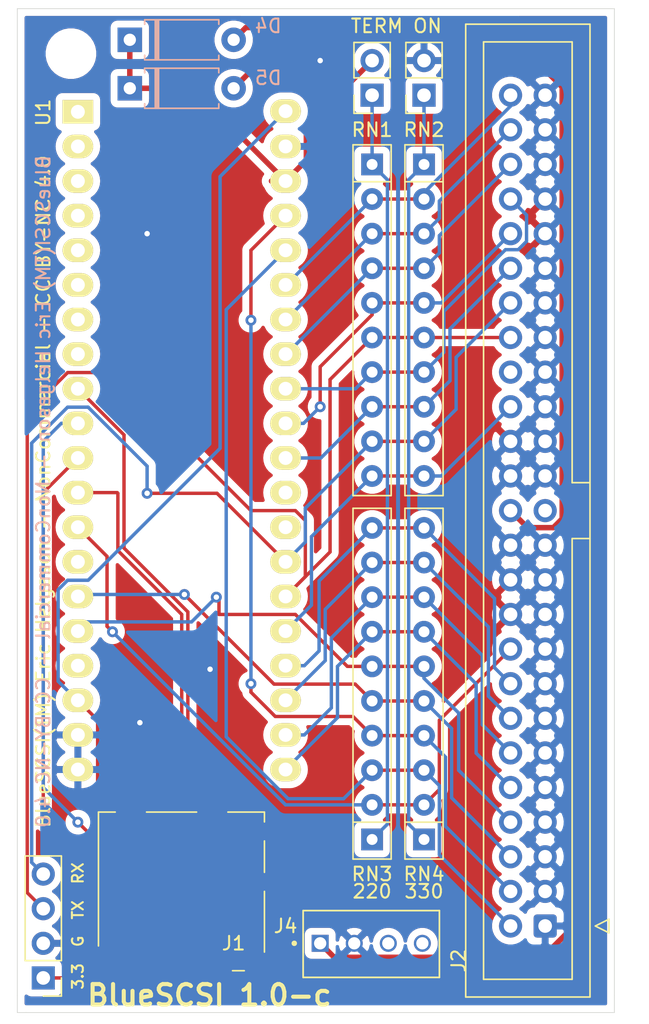
<source format=kicad_pcb>
(kicad_pcb (version 20171130) (host pcbnew "(5.1.10-1-10_14)")
  (layers (0 F.Cu signal) (31 B.Cu signal) (34 B.Paste user) (35 F.Paste user) (36 B.SilkS user) (37 F.SilkS user) (38 B.Mask user) (39 F.Mask user) (44 Edge.Cuts user))
  (net 0 "")
  (net 1 /SD_MISO)
  (net 2 GND)
  (net 3 /SD_CLK)
  (net 4 +3V3)
  (net 5 /SD_MOSI)
  (net 6 /SD_CS)
  (net 7 /SCSI_IO)
  (net 8 /SCSI_REQ)
  (net 9 /SCSI_CD)
  (net 10 /SCSI_SEL)
  (net 11 /SCSI_RST)
  (net 12 /SCSI_ACK)
  (net 13 /SCSI_BSY)
  (net 14 /SCSI_ATN)
  (net 15 /SCSI_MSG)
  (net 16 /SCSI_DBP)
  (net 17 /SCSI_DAT7)
  (net 18 /SCSI_DAT6)
  (net 19 /SCSI_DAT5)
  (net 20 /SCSI_DAT4)
  (net 21 /SCSI_DAT3)
  (net 22 /SCSI_DAT2)
  (net 23 /SCSI_DAT1)
  (net 24 /SCSI_DAT0)
  (net 25 "Net-(JP1-Pad1)")
  (net 26 "Net-(JP2-Pad1)")
  (net 27 VCC)
  (net 28 /TERM_PWR)
  (net 29 +5V)
  (net 30 "Net-(H1-Pad1)")
  (net 31 "Net-(J1-Pad8)")
  (net 32 "Net-(J1-Pad1)")
  (net 33 "Net-(J2-Pad34)")
  (net 34 "Net-(J2-Pad25)")
  (net 35 "Net-(J4-Pad3)")
  (net 36 "Net-(J4-Pad4)")
  (net 37 "Net-(U1-Pad29)")
  (net 38 "Net-(U1-Pad28)")
  (net 39 "Net-(U1-Pad17)")
  (net 40 "Net-(U1-Pad14)")
  (net 41 "Net-(U1-Pad8)")
  (net 42 "Net-(U1-Pad7)")
  (net 43 "Net-(U1-Pad6)")
  (net 44 "Net-(U1-Pad5)")
  (net 45 "Net-(U1-Pad4)")
  (net 46 "Net-(U1-Pad3)")
  (net 47 /LED)
  (net 48 "Net-(U1-Pad1)")
  (module blue:BluePill_STM32F103C (layer F.Cu) (at 75.565 83.185)
    (fp_text reference U1 (at -2.54 0 270) (layer F.SilkS))
    (fp_text value BluePill_STM32F103C hide)
    (pad 40 thru_hole oval (at 15.24 -0.1016 90) (size 1.7272 2.25) (drill 1.016) (layers *.Cu *.Mask F.SilkS) (net 4 +3V3))
    (pad 39 thru_hole oval (at 15.24 2.4892 90) (size 1.7272 2.25) (drill 1.016) (layers *.Cu *.Mask F.SilkS) (net 2 GND))
    (pad 38 thru_hole oval (at 15.24 5.0292 90) (size 1.7272 2.25) (drill 1.016) (layers *.Cu *.Mask F.SilkS) (net 27 VCC))
    (pad 37 thru_hole oval (at 15.24 7.5692 90) (size 1.7272 2.25) (drill 1.016) (layers *.Cu *.Mask F.SilkS) (net 23 /SCSI_DAT1))
    (pad 36 thru_hole oval (at 15.24 10.1092 90) (size 1.7272 2.25) (drill 1.016) (layers *.Cu *.Mask F.SilkS) (net 24 /SCSI_DAT0))
    (pad 35 thru_hole oval (at 15.24 12.6492 90) (size 1.7272 2.25) (drill 1.016) (layers *.Cu *.Mask F.SilkS) (net 7 /SCSI_IO))
    (pad 34 thru_hole oval (at 15.24 15.1892 90) (size 1.7272 2.25) (drill 1.016) (layers *.Cu *.Mask F.SilkS) (net 8 /SCSI_REQ))
    (pad 33 thru_hole oval (at 15.24 17.7292 90) (size 1.7272 2.25) (drill 1.016) (layers *.Cu *.Mask F.SilkS) (net 9 /SCSI_CD))
    (pad 32 thru_hole oval (at 15.24 20.2692 90) (size 1.7272 2.25) (drill 1.016) (layers *.Cu *.Mask F.SilkS) (net 10 /SCSI_SEL))
    (pad 31 thru_hole oval (at 15.24 22.8092 90) (size 1.7272 2.25) (drill 1.016) (layers *.Cu *.Mask F.SilkS) (net 15 /SCSI_MSG))
    (pad 30 thru_hole oval (at 15.24 25.3492 90) (size 1.7272 2.25) (drill 1.016) (layers *.Cu *.Mask F.SilkS) (net 11 /SCSI_RST))
    (pad 29 thru_hole oval (at 15.24 27.8892 90) (size 1.7272 2.25) (drill 1.016) (layers *.Cu *.Mask F.SilkS) (net 37 "Net-(U1-Pad29)"))
    (pad 28 thru_hole oval (at 15.24 30.4292 90) (size 1.7272 2.25) (drill 1.016) (layers *.Cu *.Mask F.SilkS) (net 38 "Net-(U1-Pad28)"))
    (pad 27 thru_hole oval (at 15.24 32.9692 90) (size 1.7272 2.25) (drill 1.016) (layers *.Cu *.Mask F.SilkS) (net 12 /SCSI_ACK))
    (pad 26 thru_hole oval (at 15.24 35.5092 90) (size 1.7272 2.25) (drill 1.016) (layers *.Cu *.Mask F.SilkS) (net 13 /SCSI_BSY))
    (pad 25 thru_hole oval (at 15.24 38.0492 90) (size 1.7272 2.25) (drill 1.016) (layers *.Cu *.Mask F.SilkS) (net 14 /SCSI_ATN))
    (pad 24 thru_hole oval (at 15.24 40.5892 90) (size 1.7272 2.25) (drill 1.016) (layers *.Cu *.Mask F.SilkS) (net 17 /SCSI_DAT7))
    (pad 23 thru_hole oval (at 15.24 43.1292 90) (size 1.7272 2.25) (drill 1.016) (layers *.Cu *.Mask F.SilkS) (net 18 /SCSI_DAT6))
    (pad 22 thru_hole oval (at 15.24 45.6692 90) (size 1.7272 2.25) (drill 1.016) (layers *.Cu *.Mask F.SilkS) (net 19 /SCSI_DAT5))
    (pad 21 thru_hole oval (at 15.24 48.2092 90) (size 1.7272 2.25) (drill 1.016) (layers *.Cu *.Mask F.SilkS) (net 20 /SCSI_DAT4))
    (pad 20 thru_hole oval (at 0 48.2092 270) (size 1.7272 2.25) (drill 1.016) (layers *.Cu *.Mask F.SilkS) (net 2 GND))
    (pad 19 thru_hole oval (at 0 45.6692 270) (size 1.7272 2.25) (drill 1.016) (layers *.Cu *.Mask F.SilkS) (net 2 GND))
    (pad 18 thru_hole oval (at 0 43.1292 270) (size 1.7272 2.25) (drill 1.016) (layers *.Cu *.Mask F.SilkS) (net 4 +3V3))
    (pad 17 thru_hole oval (at 0 40.5892 270) (size 1.7272 2.25) (drill 1.016) (layers *.Cu *.Mask F.SilkS) (net 39 "Net-(U1-Pad17)"))
    (pad 16 thru_hole oval (at 0 38.0492 270) (size 1.7272 2.25) (drill 1.016) (layers *.Cu *.Mask F.SilkS) (net 21 /SCSI_DAT3))
    (pad 15 thru_hole oval (at 0 35.5092 270) (size 1.7272 2.25) (drill 1.016) (layers *.Cu *.Mask F.SilkS) (net 22 /SCSI_DAT2))
    (pad 14 thru_hole oval (at 0 32.9692 270) (size 1.7272 2.25) (drill 1.016) (layers *.Cu *.Mask F.SilkS) (net 40 "Net-(U1-Pad14)"))
    (pad 13 thru_hole oval (at 0 30.4292 270) (size 1.7272 2.25) (drill 1.016) (layers *.Cu *.Mask F.SilkS) (net 16 /SCSI_DBP))
    (pad 12 thru_hole oval (at 0 27.8892 270) (size 1.7272 2.25) (drill 1.016) (layers *.Cu *.Mask F.SilkS) (net 5 /SD_MOSI))
    (pad 11 thru_hole oval (at 0 25.3492 270) (size 1.7272 2.25) (drill 1.016) (layers *.Cu *.Mask F.SilkS) (net 1 /SD_MISO))
    (pad 10 thru_hole oval (at 0 22.8092 270) (size 1.7272 2.25) (drill 1.016) (layers *.Cu *.Mask F.SilkS) (net 3 /SD_CLK))
    (pad 9 thru_hole oval (at 0 20.2692 270) (size 1.7272 2.25) (drill 1.016) (layers *.Cu *.Mask F.SilkS) (net 6 /SD_CS))
    (pad 8 thru_hole oval (at 0 17.7292 270) (size 1.7272 2.25) (drill 1.016) (layers *.Cu *.Mask F.SilkS) (net 41 "Net-(U1-Pad8)"))
    (pad 7 thru_hole oval (at 0 15.1892 270) (size 1.7272 2.25) (drill 1.016) (layers *.Cu *.Mask F.SilkS) (net 42 "Net-(U1-Pad7)"))
    (pad 6 thru_hole oval (at 0 12.6492 270) (size 1.7272 2.25) (drill 1.016) (layers *.Cu *.Mask F.SilkS) (net 43 "Net-(U1-Pad6)"))
    (pad 5 thru_hole oval (at 0 10.1092 270) (size 1.7272 2.25) (drill 1.016) (layers *.Cu *.Mask F.SilkS) (net 44 "Net-(U1-Pad5)"))
    (pad 4 thru_hole oval (at 0 7.5692 270) (size 1.7272 2.25) (drill 1.016) (layers *.Cu *.Mask F.SilkS) (net 45 "Net-(U1-Pad4)"))
    (pad 3 thru_hole oval (at 0 5.0292 270) (size 1.7272 2.25) (drill 1.016) (layers *.Cu *.Mask F.SilkS) (net 46 "Net-(U1-Pad3)"))
    (pad 2 thru_hole oval (at 0 2.4892 270) (size 1.7272 2.25) (drill 1.016) (layers *.Cu *.Mask F.SilkS) (net 47 /LED))
    (pad 1 thru_hole rect (at 0 -0.0508 270) (size 1.7272 2.25) (drill 1.016) (layers *.Cu *.Mask F.SilkS) (net 48 "Net-(U1-Pad1)"))
  )
  (module MountingHole:MountingHole_2.7mm_M2.5 (layer F.Cu) (at 75.057 78.867)
    (fp_text reference H1 hide)
    (fp_text value MountingHole_Pad)
    (pad 1 np_thru_hole circle (at 0 0) (size 2.7 2.7) (drill 2.7) (layers *.Cu *.Mask) (net 30 "Net-(H1-Pad1)"))
  )
  (module Connector_IDC:IDC-Header_2x25_P2.54mm_Vertical (layer F.Cu) (at 109.855 142.875 180)
    (fp_text reference J2 (at 6.35 -2.54 90) (layer F.SilkS))
    (fp_text value Conn_02x25_Odd_Even)
    (fp_line (start -4.68 0.5) (end -3.68 0) (layer F.SilkS) (width 0.12))
    (fp_line (start -4.68 -0.5) (end -4.68 0.5) (layer F.SilkS) (width 0.12))
    (fp_line (start -3.68 0) (end -4.68 -0.5) (layer F.SilkS) (width 0.12))
    (fp_line (start -1.98 32.53) (end -3.29 32.53) (layer F.SilkS) (width 0.12))
    (fp_line (start -1.98 32.53) (end -1.98 32.53) (layer F.SilkS) (width 0.12))
    (fp_line (start -1.98 64.87) (end -1.98 32.53) (layer F.SilkS) (width 0.12))
    (fp_line (start 4.52 64.87) (end -1.98 64.87) (layer F.SilkS) (width 0.12))
    (fp_line (start 4.52 -3.91) (end 4.52 64.87) (layer F.SilkS) (width 0.12))
    (fp_line (start -1.98 -3.91) (end 4.52 -3.91) (layer F.SilkS) (width 0.12))
    (fp_line (start -1.98 28.43) (end -1.98 -3.91) (layer F.SilkS) (width 0.12))
    (fp_line (start -3.29 28.43) (end -1.98 28.43) (layer F.SilkS) (width 0.12))
    (fp_line (start -3.29 66.17) (end -3.29 -5.21) (layer F.SilkS) (width 0.12))
    (fp_line (start 5.83 66.17) (end -3.29 66.17) (layer F.SilkS) (width 0.12))
    (fp_line (start 5.83 -5.21) (end 5.83 66.17) (layer F.SilkS) (width 0.12))
    (fp_line (start -3.29 -5.21) (end 5.83 -5.21) (layer F.SilkS) (width 0.12))
    (pad 50 thru_hole circle (at 2.54 60.96 180) (size 1.7 1.7) (drill 1) (layers *.Cu *.Mask) (net 7 /SCSI_IO))
    (pad 48 thru_hole circle (at 2.54 58.42 180) (size 1.7 1.7) (drill 1) (layers *.Cu *.Mask) (net 8 /SCSI_REQ))
    (pad 46 thru_hole circle (at 2.54 55.88 180) (size 1.7 1.7) (drill 1) (layers *.Cu *.Mask) (net 9 /SCSI_CD))
    (pad 44 thru_hole circle (at 2.54 53.34 180) (size 1.7 1.7) (drill 1) (layers *.Cu *.Mask) (net 10 /SCSI_SEL))
    (pad 42 thru_hole circle (at 2.54 50.8 180) (size 1.7 1.7) (drill 1) (layers *.Cu *.Mask) (net 15 /SCSI_MSG))
    (pad 40 thru_hole circle (at 2.54 48.26 180) (size 1.7 1.7) (drill 1) (layers *.Cu *.Mask) (net 11 /SCSI_RST))
    (pad 38 thru_hole circle (at 2.54 45.72 180) (size 1.7 1.7) (drill 1) (layers *.Cu *.Mask) (net 12 /SCSI_ACK))
    (pad 36 thru_hole circle (at 2.54 43.18 180) (size 1.7 1.7) (drill 1) (layers *.Cu *.Mask) (net 13 /SCSI_BSY))
    (pad 34 thru_hole circle (at 2.54 40.64 180) (size 1.7 1.7) (drill 1) (layers *.Cu *.Mask) (net 33 "Net-(J2-Pad34)"))
    (pad 32 thru_hole circle (at 2.54 38.1 180) (size 1.7 1.7) (drill 1) (layers *.Cu *.Mask) (net 14 /SCSI_ATN))
    (pad 30 thru_hole circle (at 2.54 35.56 180) (size 1.7 1.7) (drill 1) (layers *.Cu *.Mask) (net 2 GND))
    (pad 28 thru_hole circle (at 2.54 33.02 180) (size 1.7 1.7) (drill 1) (layers *.Cu *.Mask) (net 2 GND))
    (pad 26 thru_hole circle (at 2.54 30.48 180) (size 1.7 1.7) (drill 1) (layers *.Cu *.Mask) (net 28 /TERM_PWR))
    (pad 24 thru_hole circle (at 2.54 27.94 180) (size 1.7 1.7) (drill 1) (layers *.Cu *.Mask) (net 2 GND))
    (pad 22 thru_hole circle (at 2.54 25.4 180) (size 1.7 1.7) (drill 1) (layers *.Cu *.Mask) (net 2 GND))
    (pad 20 thru_hole circle (at 2.54 22.86 180) (size 1.7 1.7) (drill 1) (layers *.Cu *.Mask) (net 2 GND))
    (pad 18 thru_hole circle (at 2.54 20.32 180) (size 1.7 1.7) (drill 1) (layers *.Cu *.Mask) (net 16 /SCSI_DBP))
    (pad 16 thru_hole circle (at 2.54 17.78 180) (size 1.7 1.7) (drill 1) (layers *.Cu *.Mask) (net 17 /SCSI_DAT7))
    (pad 14 thru_hole circle (at 2.54 15.24 180) (size 1.7 1.7) (drill 1) (layers *.Cu *.Mask) (net 18 /SCSI_DAT6))
    (pad 12 thru_hole circle (at 2.54 12.7 180) (size 1.7 1.7) (drill 1) (layers *.Cu *.Mask) (net 19 /SCSI_DAT5))
    (pad 10 thru_hole circle (at 2.54 10.16 180) (size 1.7 1.7) (drill 1) (layers *.Cu *.Mask) (net 20 /SCSI_DAT4))
    (pad 8 thru_hole circle (at 2.54 7.62 180) (size 1.7 1.7) (drill 1) (layers *.Cu *.Mask) (net 21 /SCSI_DAT3))
    (pad 6 thru_hole circle (at 2.54 5.08 180) (size 1.7 1.7) (drill 1) (layers *.Cu *.Mask) (net 22 /SCSI_DAT2))
    (pad 4 thru_hole circle (at 2.54 2.54 180) (size 1.7 1.7) (drill 1) (layers *.Cu *.Mask) (net 23 /SCSI_DAT1))
    (pad 2 thru_hole circle (at 2.54 0 180) (size 1.7 1.7) (drill 1) (layers *.Cu *.Mask) (net 24 /SCSI_DAT0))
    (pad 49 thru_hole circle (at 0 60.96 180) (size 1.7 1.7) (drill 1) (layers *.Cu *.Mask) (net 2 GND))
    (pad 47 thru_hole circle (at 0 58.42 180) (size 1.7 1.7) (drill 1) (layers *.Cu *.Mask) (net 2 GND))
    (pad 45 thru_hole circle (at 0 55.88 180) (size 1.7 1.7) (drill 1) (layers *.Cu *.Mask) (net 2 GND))
    (pad 43 thru_hole circle (at 0 53.34 180) (size 1.7 1.7) (drill 1) (layers *.Cu *.Mask) (net 2 GND))
    (pad 41 thru_hole circle (at 0 50.8 180) (size 1.7 1.7) (drill 1) (layers *.Cu *.Mask) (net 2 GND))
    (pad 39 thru_hole circle (at 0 48.26 180) (size 1.7 1.7) (drill 1) (layers *.Cu *.Mask) (net 2 GND))
    (pad 37 thru_hole circle (at 0 45.72 180) (size 1.7 1.7) (drill 1) (layers *.Cu *.Mask) (net 2 GND))
    (pad 35 thru_hole circle (at 0 43.18 180) (size 1.7 1.7) (drill 1) (layers *.Cu *.Mask) (net 2 GND))
    (pad 33 thru_hole circle (at 0 40.64 180) (size 1.7 1.7) (drill 1) (layers *.Cu *.Mask) (net 2 GND))
    (pad 31 thru_hole circle (at 0 38.1 180) (size 1.7 1.7) (drill 1) (layers *.Cu *.Mask) (net 2 GND))
    (pad 29 thru_hole circle (at 0 35.56 180) (size 1.7 1.7) (drill 1) (layers *.Cu *.Mask) (net 2 GND))
    (pad 27 thru_hole circle (at 0 33.02 180) (size 1.7 1.7) (drill 1) (layers *.Cu *.Mask) (net 2 GND))
    (pad 25 thru_hole circle (at 0 30.48 180) (size 1.7 1.7) (drill 1) (layers *.Cu *.Mask) (net 34 "Net-(J2-Pad25)"))
    (pad 23 thru_hole circle (at 0 27.94 180) (size 1.7 1.7) (drill 1) (layers *.Cu *.Mask) (net 2 GND))
    (pad 21 thru_hole circle (at 0 25.4 180) (size 1.7 1.7) (drill 1) (layers *.Cu *.Mask) (net 2 GND))
    (pad 19 thru_hole circle (at 0 22.86 180) (size 1.7 1.7) (drill 1) (layers *.Cu *.Mask) (net 2 GND))
    (pad 17 thru_hole circle (at 0 20.32 180) (size 1.7 1.7) (drill 1) (layers *.Cu *.Mask) (net 2 GND))
    (pad 15 thru_hole circle (at 0 17.78 180) (size 1.7 1.7) (drill 1) (layers *.Cu *.Mask) (net 2 GND))
    (pad 13 thru_hole circle (at 0 15.24 180) (size 1.7 1.7) (drill 1) (layers *.Cu *.Mask) (net 2 GND))
    (pad 11 thru_hole circle (at 0 12.7 180) (size 1.7 1.7) (drill 1) (layers *.Cu *.Mask) (net 2 GND))
    (pad 9 thru_hole circle (at 0 10.16 180) (size 1.7 1.7) (drill 1) (layers *.Cu *.Mask) (net 2 GND))
    (pad 7 thru_hole circle (at 0 7.62 180) (size 1.7 1.7) (drill 1) (layers *.Cu *.Mask) (net 2 GND))
    (pad 5 thru_hole circle (at 0 5.08 180) (size 1.7 1.7) (drill 1) (layers *.Cu *.Mask) (net 2 GND))
    (pad 3 thru_hole circle (at 0 2.54 180) (size 1.7 1.7) (drill 1) (layers *.Cu *.Mask) (net 2 GND))
    (pad 1 thru_hole roundrect (at 0 0 180) (size 1.7 1.7) (drill 1) (layers *.Cu *.Mask) (roundrect_rratio 0.1470588235294118) (net 2 GND))
  )
  (module Connector_Card:microSD_HC_Molex_104031-0811 (layer F.Cu) (at 83.185 140.335 180)
    (fp_text reference J1 (at -3.81 -3.81 180) (layer F.SilkS))
    (fp_text value Micro_SD_Card)
    (fp_line (start -6.07 -4.45) (end -6.07 0) (layer F.SilkS) (width 0.12))
    (fp_line (start -6.07 1.4) (end -6.07 3.7) (layer F.SilkS) (width 0.12))
    (fp_line (start -6.07 5.1) (end -6.07 5.82) (layer F.SilkS) (width 0.12))
    (fp_line (start -6.07 5.82) (end -3.39 5.82) (layer F.SilkS) (width 0.12))
    (fp_line (start -1.09 5.82) (end 2.58 5.82) (layer F.SilkS) (width 0.12))
    (fp_line (start 4.88 5.82) (end 6.11 5.82) (layer F.SilkS) (width 0.12))
    (fp_line (start 6.11 5.82) (end 6.11 -4) (layer F.SilkS) (width 0.12))
    (fp_line (start -4.59 -5.82) (end -3.73 -5.82) (layer F.SilkS) (width 0.12))
    (pad 11 smd rect (at 3.73 5.375 180) (size 1.9 1.35) (layers F.Cu F.Paste F.Mask))
    (pad 11 smd rect (at -2.24 5.375 180) (size 1.9 1.35) (layers F.Cu F.Paste F.Mask))
    (pad 9 smd rect (at -5.74 0.7 180) (size 1.2 1) (layers F.Cu F.Paste F.Mask) (net 2 GND))
    (pad 10 smd rect (at -5.74 4.4 180) (size 1.2 1) (layers F.Cu F.Paste F.Mask))
    (pad 11 smd rect (at -5.565 -5.325 180) (size 1.55 1.35) (layers F.Cu F.Paste F.Mask))
    (pad 11 smd rect (at 5.755 -5.1 180) (size 1.17 1.8) (layers F.Cu F.Paste F.Mask))
    (pad 7 smd rect (at 3.495 -5.45 180) (size 0.85 1.1) (layers F.Cu F.Paste F.Mask) (net 1 /SD_MISO))
    (pad 6 smd rect (at 2.395 -5.45 180) (size 0.85 1.1) (layers F.Cu F.Paste F.Mask) (net 2 GND))
    (pad 5 smd rect (at 1.295 -5.45 180) (size 0.85 1.1) (layers F.Cu F.Paste F.Mask) (net 3 /SD_CLK))
    (pad 4 smd rect (at 0.195 -5.45 180) (size 0.85 1.1) (layers F.Cu F.Paste F.Mask) (net 4 +3V3))
    (pad 3 smd rect (at -0.905 -5.45 180) (size 0.85 1.1) (layers F.Cu F.Paste F.Mask) (net 5 /SD_MOSI))
    (pad 2 smd rect (at -2.005 -5.45 180) (size 0.85 1.1) (layers F.Cu F.Paste F.Mask) (net 6 /SD_CS))
    (pad 8 smd rect (at 4.545 -5.45 180) (size 0.75 1.1) (layers F.Cu F.Paste F.Mask) (net 31 "Net-(J1-Pad8)"))
    (pad 1 smd rect (at -3.105 -5.45 180) (size 0.85 1.1) (layers F.Cu F.Paste F.Mask) (net 32 "Net-(J1-Pad1)"))
  )
  (module Connector_PinSocket_2.54mm:PinSocket_1x02_P2.54mm_Vertical (layer F.Cu) (at 100.965 81.915 180)
    (fp_text reference JP1 hide)
    (fp_text value TERM_ENABLE_GND)
    (fp_line (start -1.33 1.27) (end 1.33 1.27) (layer F.SilkS) (width 0.12))
    (fp_line (start -1.33 1.27) (end -1.33 3.87) (layer F.SilkS) (width 0.12))
    (fp_line (start -1.33 3.87) (end 1.33 3.87) (layer F.SilkS) (width 0.12))
    (fp_line (start 1.33 1.27) (end 1.33 3.87) (layer F.SilkS) (width 0.12))
    (fp_line (start 1.33 -1.33) (end 1.33 0) (layer F.SilkS) (width 0.12))
    (fp_line (start 0 -1.33) (end 1.33 -1.33) (layer F.SilkS) (width 0.12))
    (pad 1 thru_hole rect (at 0 0 180) (size 1.7 1.7) (drill 1) (layers *.Cu *.Mask) (net 25 "Net-(JP1-Pad1)"))
    (pad 2 thru_hole oval (at 0 2.54 180) (size 1.7 1.7) (drill 1) (layers *.Cu *.Mask) (net 2 GND))
  )
  (module Connector_PinSocket_2.54mm:PinSocket_1x02_P2.54mm_Vertical (layer F.Cu) (at 97.155 81.915 180)
    (fp_text reference JP2 hide)
    (fp_text value TERM_ENABLE_5V)
    (fp_line (start 0 -1.33) (end 1.33 -1.33) (layer F.SilkS) (width 0.12))
    (fp_line (start 1.33 -1.33) (end 1.33 0) (layer F.SilkS) (width 0.12))
    (fp_line (start 1.33 1.27) (end 1.33 3.87) (layer F.SilkS) (width 0.12))
    (fp_line (start -1.33 3.87) (end 1.33 3.87) (layer F.SilkS) (width 0.12))
    (fp_line (start -1.33 1.27) (end -1.33 3.87) (layer F.SilkS) (width 0.12))
    (fp_line (start -1.33 1.27) (end 1.33 1.27) (layer F.SilkS) (width 0.12))
    (pad 2 thru_hole oval (at 0 2.54 180) (size 1.7 1.7) (drill 1) (layers *.Cu *.Mask) (net 27 VCC))
    (pad 1 thru_hole rect (at 0 0 180) (size 1.7 1.7) (drill 1) (layers *.Cu *.Mask) (net 26 "Net-(JP2-Pad1)"))
  )
  (module Resistor_THT:R_Array_SIP10 (layer F.Cu) (at 97.155 86.995 270)
    (fp_text reference RN1 (at -2.54 0 180) (layer F.SilkS))
    (fp_text value 220)
    (fp_line (start 1.27 -1.4) (end 1.27 1.4) (layer F.SilkS) (width 0.12))
    (fp_line (start 24.3 -1.4) (end -1.44 -1.4) (layer F.SilkS) (width 0.12))
    (fp_line (start 24.3 1.4) (end 24.3 -1.4) (layer F.SilkS) (width 0.12))
    (fp_line (start -1.44 1.4) (end 24.3 1.4) (layer F.SilkS) (width 0.12))
    (fp_line (start -1.44 -1.4) (end -1.44 1.4) (layer F.SilkS) (width 0.12))
    (pad 1 thru_hole rect (at 0 0 270) (size 1.6 1.6) (drill 0.8) (layers *.Cu *.Mask) (net 26 "Net-(JP2-Pad1)"))
    (pad 2 thru_hole oval (at 2.54 0 270) (size 1.6 1.6) (drill 0.8) (layers *.Cu *.Mask) (net 7 /SCSI_IO))
    (pad 3 thru_hole oval (at 5.08 0 270) (size 1.6 1.6) (drill 0.8) (layers *.Cu *.Mask) (net 8 /SCSI_REQ))
    (pad 4 thru_hole oval (at 7.62 0 270) (size 1.6 1.6) (drill 0.8) (layers *.Cu *.Mask) (net 9 /SCSI_CD))
    (pad 5 thru_hole oval (at 10.16 0 270) (size 1.6 1.6) (drill 0.8) (layers *.Cu *.Mask) (net 15 /SCSI_MSG))
    (pad 6 thru_hole oval (at 12.7 0 270) (size 1.6 1.6) (drill 0.8) (layers *.Cu *.Mask) (net 13 /SCSI_BSY))
    (pad 7 thru_hole oval (at 15.24 0 270) (size 1.6 1.6) (drill 0.8) (layers *.Cu *.Mask) (net 10 /SCSI_SEL))
    (pad 8 thru_hole oval (at 17.78 0 270) (size 1.6 1.6) (drill 0.8) (layers *.Cu *.Mask) (net 11 /SCSI_RST))
    (pad 9 thru_hole oval (at 20.32 0 270) (size 1.6 1.6) (drill 0.8) (layers *.Cu *.Mask) (net 12 /SCSI_ACK))
    (pad 10 thru_hole oval (at 22.86 0 270) (size 1.6 1.6) (drill 0.8) (layers *.Cu *.Mask) (net 14 /SCSI_ATN))
  )
  (module Resistor_THT:R_Array_SIP10 (layer F.Cu) (at 100.965 86.995 270)
    (fp_text reference RN2 (at -2.54 0 180) (layer F.SilkS))
    (fp_text value 330)
    (fp_line (start 1.27 -1.4) (end 1.27 1.4) (layer F.SilkS) (width 0.12))
    (fp_line (start 24.3 -1.4) (end -1.44 -1.4) (layer F.SilkS) (width 0.12))
    (fp_line (start 24.3 1.4) (end 24.3 -1.4) (layer F.SilkS) (width 0.12))
    (fp_line (start -1.44 1.4) (end 24.3 1.4) (layer F.SilkS) (width 0.12))
    (fp_line (start -1.44 -1.4) (end -1.44 1.4) (layer F.SilkS) (width 0.12))
    (pad 1 thru_hole rect (at 0 0 270) (size 1.6 1.6) (drill 0.8) (layers *.Cu *.Mask) (net 25 "Net-(JP1-Pad1)"))
    (pad 2 thru_hole oval (at 2.54 0 270) (size 1.6 1.6) (drill 0.8) (layers *.Cu *.Mask) (net 7 /SCSI_IO))
    (pad 3 thru_hole oval (at 5.08 0 270) (size 1.6 1.6) (drill 0.8) (layers *.Cu *.Mask) (net 8 /SCSI_REQ))
    (pad 4 thru_hole oval (at 7.62 0 270) (size 1.6 1.6) (drill 0.8) (layers *.Cu *.Mask) (net 9 /SCSI_CD))
    (pad 5 thru_hole oval (at 10.16 0 270) (size 1.6 1.6) (drill 0.8) (layers *.Cu *.Mask) (net 15 /SCSI_MSG))
    (pad 6 thru_hole oval (at 12.7 0 270) (size 1.6 1.6) (drill 0.8) (layers *.Cu *.Mask) (net 13 /SCSI_BSY))
    (pad 7 thru_hole oval (at 15.24 0 270) (size 1.6 1.6) (drill 0.8) (layers *.Cu *.Mask) (net 10 /SCSI_SEL))
    (pad 8 thru_hole oval (at 17.78 0 270) (size 1.6 1.6) (drill 0.8) (layers *.Cu *.Mask) (net 11 /SCSI_RST))
    (pad 9 thru_hole oval (at 20.32 0 270) (size 1.6 1.6) (drill 0.8) (layers *.Cu *.Mask) (net 12 /SCSI_ACK))
    (pad 10 thru_hole oval (at 22.86 0 270) (size 1.6 1.6) (drill 0.8) (layers *.Cu *.Mask) (net 14 /SCSI_ATN))
  )
  (module Resistor_THT:R_Array_SIP10 (layer F.Cu) (at 97.155 136.525 90)
    (fp_text reference RN3 (at -2.54 0 180) (layer F.SilkS))
    (fp_text value 220)
    (fp_line (start -1.44 -1.4) (end -1.44 1.4) (layer F.SilkS) (width 0.12))
    (fp_line (start -1.44 1.4) (end 24.3 1.4) (layer F.SilkS) (width 0.12))
    (fp_line (start 24.3 1.4) (end 24.3 -1.4) (layer F.SilkS) (width 0.12))
    (fp_line (start 24.3 -1.4) (end -1.44 -1.4) (layer F.SilkS) (width 0.12))
    (fp_line (start 1.27 -1.4) (end 1.27 1.4) (layer F.SilkS) (width 0.12))
    (pad 10 thru_hole oval (at 22.86 0 90) (size 1.6 1.6) (drill 0.8) (layers *.Cu *.Mask) (net 17 /SCSI_DAT7))
    (pad 9 thru_hole oval (at 20.32 0 90) (size 1.6 1.6) (drill 0.8) (layers *.Cu *.Mask) (net 18 /SCSI_DAT6))
    (pad 8 thru_hole oval (at 17.78 0 90) (size 1.6 1.6) (drill 0.8) (layers *.Cu *.Mask) (net 19 /SCSI_DAT5))
    (pad 7 thru_hole oval (at 15.24 0 90) (size 1.6 1.6) (drill 0.8) (layers *.Cu *.Mask) (net 20 /SCSI_DAT4))
    (pad 6 thru_hole oval (at 12.7 0 90) (size 1.6 1.6) (drill 0.8) (layers *.Cu *.Mask) (net 21 /SCSI_DAT3))
    (pad 5 thru_hole oval (at 10.16 0 90) (size 1.6 1.6) (drill 0.8) (layers *.Cu *.Mask) (net 22 /SCSI_DAT2))
    (pad 4 thru_hole oval (at 7.62 0 90) (size 1.6 1.6) (drill 0.8) (layers *.Cu *.Mask) (net 23 /SCSI_DAT1))
    (pad 3 thru_hole oval (at 5.08 0 90) (size 1.6 1.6) (drill 0.8) (layers *.Cu *.Mask) (net 24 /SCSI_DAT0))
    (pad 2 thru_hole oval (at 2.54 0 90) (size 1.6 1.6) (drill 0.8) (layers *.Cu *.Mask) (net 16 /SCSI_DBP))
    (pad 1 thru_hole rect (at 0 0 90) (size 1.6 1.6) (drill 0.8) (layers *.Cu *.Mask) (net 26 "Net-(JP2-Pad1)"))
  )
  (module Resistor_THT:R_Array_SIP10 (layer F.Cu) (at 100.965 136.525 90)
    (fp_text reference RN4 (at -2.54 0 180) (layer F.SilkS))
    (fp_text value 330)
    (fp_line (start -1.44 -1.4) (end -1.44 1.4) (layer F.SilkS) (width 0.12))
    (fp_line (start -1.44 1.4) (end 24.3 1.4) (layer F.SilkS) (width 0.12))
    (fp_line (start 24.3 1.4) (end 24.3 -1.4) (layer F.SilkS) (width 0.12))
    (fp_line (start 24.3 -1.4) (end -1.44 -1.4) (layer F.SilkS) (width 0.12))
    (fp_line (start 1.27 -1.4) (end 1.27 1.4) (layer F.SilkS) (width 0.12))
    (pad 10 thru_hole oval (at 22.86 0 90) (size 1.6 1.6) (drill 0.8) (layers *.Cu *.Mask) (net 17 /SCSI_DAT7))
    (pad 9 thru_hole oval (at 20.32 0 90) (size 1.6 1.6) (drill 0.8) (layers *.Cu *.Mask) (net 18 /SCSI_DAT6))
    (pad 8 thru_hole oval (at 17.78 0 90) (size 1.6 1.6) (drill 0.8) (layers *.Cu *.Mask) (net 19 /SCSI_DAT5))
    (pad 7 thru_hole oval (at 15.24 0 90) (size 1.6 1.6) (drill 0.8) (layers *.Cu *.Mask) (net 20 /SCSI_DAT4))
    (pad 6 thru_hole oval (at 12.7 0 90) (size 1.6 1.6) (drill 0.8) (layers *.Cu *.Mask) (net 21 /SCSI_DAT3))
    (pad 5 thru_hole oval (at 10.16 0 90) (size 1.6 1.6) (drill 0.8) (layers *.Cu *.Mask) (net 22 /SCSI_DAT2))
    (pad 4 thru_hole oval (at 7.62 0 90) (size 1.6 1.6) (drill 0.8) (layers *.Cu *.Mask) (net 23 /SCSI_DAT1))
    (pad 3 thru_hole oval (at 5.08 0 90) (size 1.6 1.6) (drill 0.8) (layers *.Cu *.Mask) (net 24 /SCSI_DAT0))
    (pad 2 thru_hole oval (at 2.54 0 90) (size 1.6 1.6) (drill 0.8) (layers *.Cu *.Mask) (net 16 /SCSI_DBP))
    (pad 1 thru_hole rect (at 0 0 90) (size 1.6 1.6) (drill 0.8) (layers *.Cu *.Mask) (net 25 "Net-(JP1-Pad1)"))
  )
  (module Connector_PinHeader_2.54mm:PinHeader_1x04_P2.54mm_Vertical (layer F.Cu) (at 73.025 146.685 180)
    (fp_text reference J3 hide)
    (fp_text value "Programming Pins")
    (fp_line (start -1.33 8.95) (end 1.33 8.95) (layer F.SilkS) (width 0.12))
    (fp_line (start -1.33 1.27) (end -1.33 8.95) (layer F.SilkS) (width 0.12))
    (fp_line (start 1.33 1.27) (end 1.33 8.95) (layer F.SilkS) (width 0.12))
    (fp_line (start -1.33 1.27) (end 1.33 1.27) (layer F.SilkS) (width 0.12))
    (fp_line (start -1.33 0) (end -1.33 -1.33) (layer F.SilkS) (width 0.12))
    (fp_line (start -1.33 -1.33) (end 0 -1.33) (layer F.SilkS) (width 0.12))
    (pad 1 thru_hole rect (at 0 0 180) (size 1.7 1.7) (drill 1) (layers *.Cu *.Mask) (net 4 +3V3))
    (pad 2 thru_hole oval (at 0 2.54 180) (size 1.7 1.7) (drill 1) (layers *.Cu *.Mask) (net 2 GND))
    (pad 3 thru_hole oval (at 0 5.08 180) (size 1.7 1.7) (drill 1) (layers *.Cu *.Mask) (net 13 /SCSI_BSY))
    (pad 4 thru_hole oval (at 0 7.62 180) (size 1.7 1.7) (drill 1) (layers *.Cu *.Mask) (net 12 /SCSI_ACK))
  )
  (module 171825-4:TE_171825-4 (layer F.Cu) (at 93.345 144.145)
    (fp_text reference J4 (at -2.54 -1.27) (layer F.SilkS))
    (fp_text value "Berg Power Connector")
    (fp_line (start -1.25 2.5) (end -1.25 -2.4) (layer F.SilkS) (width 0.127))
    (fp_line (start 8.75 -2.4) (end 8.75 2.5) (layer F.SilkS) (width 0.127))
    (fp_line (start 8.75 -2.4) (end -1.25 -2.4) (layer F.SilkS) (width 0.127))
    (fp_line (start 8.75 2.5) (end -1.25 2.5) (layer F.SilkS) (width 0.127))
    (fp_circle (center -1.9 0) (end -1.8 0) (layer F.SilkS) (width 0.2))
    (pad 1 thru_hole rect (at 0 0) (size 1.25 1.25) (drill 0.9) (layers *.Cu *.Mask) (net 29 +5V))
    (pad 2 thru_hole circle (at 2.5 0) (size 1.25 1.25) (drill 0.9) (layers *.Cu *.Mask) (net 2 GND))
    (pad 3 thru_hole circle (at 5 0) (size 1.25 1.25) (drill 0.9) (layers *.Cu *.Mask) (net 35 "Net-(J4-Pad3)"))
    (pad 4 thru_hole circle (at 7.5 0) (size 1.25 1.25) (drill 0.9) (layers *.Cu *.Mask) (net 36 "Net-(J4-Pad4)"))
  )
  (module Diode_THT:D_A-405_P7.62mm_Horizontal (layer B.Cu) (at 79.375 77.851)
    (fp_text reference D4 (at 10.16 -1.016) (layer B.SilkS) (effects (justify mirror)))
    (fp_text value Diode)
    (fp_line (start 1.09 1.14) (end 1.09 1.47) (layer B.SilkS) (width 0.12))
    (fp_line (start 1.09 1.47) (end 6.53 1.47) (layer B.SilkS) (width 0.12))
    (fp_line (start 6.53 1.47) (end 6.53 1.14) (layer B.SilkS) (width 0.12))
    (fp_line (start 1.09 -1.14) (end 1.09 -1.47) (layer B.SilkS) (width 0.12))
    (fp_line (start 1.09 -1.47) (end 6.53 -1.47) (layer B.SilkS) (width 0.12))
    (fp_line (start 6.53 -1.47) (end 6.53 -1.14) (layer B.SilkS) (width 0.12))
    (fp_line (start 1.99 1.47) (end 1.99 -1.47) (layer B.SilkS) (width 0.12))
    (fp_line (start 2.11 1.47) (end 2.11 -1.47) (layer B.SilkS) (width 0.12))
    (fp_line (start 1.87 1.47) (end 1.87 -1.47) (layer B.SilkS) (width 0.12))
    (pad 1 thru_hole rect (at 0 0) (size 1.8 1.8) (drill 0.9) (layers *.Cu *.Mask) (net 27 VCC))
    (pad 2 thru_hole oval (at 7.62 0) (size 1.8 1.8) (drill 0.9) (layers *.Cu *.Mask) (net 29 +5V))
  )
  (module Diode_THT:D_A-405_P7.62mm_Horizontal (layer B.Cu) (at 79.375 81.407)
    (fp_text reference D5 (at 10.16 -0.762) (layer B.SilkS) (effects (justify mirror)))
    (fp_text value Diode)
    (fp_line (start 1.87 1.47) (end 1.87 -1.47) (layer B.SilkS) (width 0.12))
    (fp_line (start 2.11 1.47) (end 2.11 -1.47) (layer B.SilkS) (width 0.12))
    (fp_line (start 1.99 1.47) (end 1.99 -1.47) (layer B.SilkS) (width 0.12))
    (fp_line (start 6.53 -1.47) (end 6.53 -1.14) (layer B.SilkS) (width 0.12))
    (fp_line (start 1.09 -1.47) (end 6.53 -1.47) (layer B.SilkS) (width 0.12))
    (fp_line (start 1.09 -1.14) (end 1.09 -1.47) (layer B.SilkS) (width 0.12))
    (fp_line (start 6.53 1.47) (end 6.53 1.14) (layer B.SilkS) (width 0.12))
    (fp_line (start 1.09 1.47) (end 6.53 1.47) (layer B.SilkS) (width 0.12))
    (fp_line (start 1.09 1.14) (end 1.09 1.47) (layer B.SilkS) (width 0.12))
    (pad 2 thru_hole oval (at 7.62 0) (size 1.8 1.8) (drill 0.9) (layers *.Cu *.Mask) (net 28 /TERM_PWR))
    (pad 1 thru_hole rect (at 0 0) (size 1.8 1.8) (drill 0.9) (layers *.Cu *.Mask) (net 27 VCC))
  )
  (gr_text "BlueSCSI(TM) Eric Helgeson - NonCommercial - CC BY-NC 4.0" (at 73.025 110.998 90) (layer B.SilkS) (effects (font (size 1 1)) (justify mirror)))
  (gr_text "BlueSCSI(TM) Eric Helgeson - NonCommercial - CC BY-NC 4.0" (at 73.025 110.998 90) (layer F.SilkS) (effects (font (size 1 1))))
  (gr_line (start 71.755 149.225) (end 71.12 149.225) (layer Edge.Cuts) (width 0.05))
  (gr_line (start 71.12 147.955) (end 71.12 149.225) (layer Edge.Cuts) (width 0.05))
  (gr_line (start 114.935 149.225) (end 71.755 149.225) (layer Edge.Cuts) (width 0.05))
  (gr_line (start 114.935 147.955) (end 114.935 149.225) (layer Edge.Cuts) (width 0.05))
  (gr_text "3.3  G  TX  RX" (at 75.565 142.875 90) (layer F.SilkS) (effects (font (size 0.8 0.8))))
  (gr_text 330 (at 100.965 140.335) (layer F.SilkS) (effects (font (size 1 1))))
  (gr_text 220 (at 97.155 140.335) (layer F.SilkS) (effects (font (size 1 1))))
  (gr_text "TERM ON" (at 98.933 76.835) (layer F.SilkS) (effects (font (size 1 1))))
  (gr_line (start 114.935 75.565) (end 71.12 75.565) (layer Edge.Cuts) (width 0.05))
  (gr_line (start 114.935 147.955) (end 114.935 75.565) (layer Edge.Cuts) (width 0.05))
  (gr_line (start 71.12 147.955) (end 71.12 75.565) (layer Edge.Cuts) (width 0.05))
  (gr_text "BlueSCSI 1.0-c" (at 85.217 147.955) (layer F.SilkS) (effects (font (size 1.5 1.5) (thickness 0.3))))
  (segment (start 79.69 141.92) (end 79.69 145.785) (width 0.25) (layer F.Cu) (net 1))
  (segment (start 73.025 135.255) (end 79.69 141.92) (width 0.25) (layer F.Cu) (net 1))
  (segment (start 73.025 111.0742) (end 73.025 135.255) (width 0.25) (layer F.Cu) (net 1))
  (segment (start 75.565 108.5342) (end 73.025 111.0742) (width 0.25) (layer F.Cu) (net 1))
  (segment (start 75.565 131.3942) (end 75.565 128.8542) (width 0.25) (layer B.Cu) (net 2))
  (segment (start 107.315 79.375) (end 100.965 79.375) (width 0.25) (layer B.Cu) (net 2))
  (segment (start 109.855 81.915) (end 107.315 79.375) (width 0.25) (layer B.Cu) (net 2))
  (via (at 85.265 124.035) (size 0.8) (drill 0.4) (layers F.Cu B.Cu) (net 2))
  (via (at 80.115 127.955) (size 0.8) (drill 0.4) (layers F.Cu B.Cu) (net 2))
  (via (at 80.645 92.075) (size 0.8) (drill 0.4) (layers F.Cu B.Cu) (net 2))
  (via (at 93.345 79.375) (size 0.8) (drill 0.4) (layers F.Cu B.Cu) (net 2))
  (segment (start 75.565 135.255) (end 81.89 141.58) (width 0.25) (layer F.Cu) (net 3))
  (segment (start 81.89 141.58) (end 81.89 145.785) (width 0.25) (layer F.Cu) (net 3))
  (segment (start 73.025 132.715) (end 75.565 135.255) (width 0.25) (layer B.Cu) (net 3))
  (via (at 75.565 135.255) (size 0.8) (drill 0.4) (layers F.Cu B.Cu) (net 3))
  (segment (start 73.025 107.315) (end 73.025 132.715) (width 0.25) (layer B.Cu) (net 3))
  (segment (start 74.3458 105.9942) (end 73.025 107.315) (width 0.25) (layer B.Cu) (net 3))
  (segment (start 75.565 105.9942) (end 74.3458 105.9942) (width 0.25) (layer B.Cu) (net 3))
  (segment (start 77.01501 134.80142) (end 77.01501 127.76421) (width 0.25) (layer F.Cu) (net 4))
  (segment (start 82.99 145.785) (end 82.99 140.77641) (width 0.25) (layer F.Cu) (net 4))
  (segment (start 77.01501 127.76421) (end 75.565 126.3142) (width 0.25) (layer F.Cu) (net 4))
  (segment (start 82.99 140.77641) (end 77.01501 134.80142) (width 0.25) (layer F.Cu) (net 4))
  (segment (start 75.5142 126.3142) (end 75.565 126.3142) (width 0.25) (layer B.Cu) (net 4))
  (segment (start 74.11499 118.201862) (end 74.11499 124.91499) (width 0.25) (layer B.Cu) (net 4))
  (segment (start 74.11499 124.91499) (end 75.5142 126.3142) (width 0.25) (layer B.Cu) (net 4))
  (segment (start 74.811262 117.50559) (end 74.11499 118.201862) (width 0.25) (layer B.Cu) (net 4))
  (segment (start 76.318738 117.50559) (end 74.811262 117.50559) (width 0.25) (layer B.Cu) (net 4))
  (segment (start 85.999991 107.824337) (end 76.318738 117.50559) (width 0.25) (layer B.Cu) (net 4))
  (segment (start 85.999991 87.888409) (end 85.999991 107.824337) (width 0.25) (layer B.Cu) (net 4))
  (segment (start 90.805 83.0834) (end 85.999991 87.888409) (width 0.25) (layer B.Cu) (net 4))
  (segment (start 82.99 146.585) (end 82.99 145.785) (width 0.25) (layer F.Cu) (net 4))
  (segment (start 82.89 146.685) (end 82.99 146.585) (width 0.25) (layer F.Cu) (net 4))
  (segment (start 73.025 146.685) (end 82.89 146.685) (width 0.25) (layer F.Cu) (net 4))
  (segment (start 78.4492 111.0742) (end 78.5 111.125) (width 0.25) (layer F.Cu) (net 5))
  (segment (start 75.565 111.0742) (end 78.4492 111.0742) (width 0.25) (layer F.Cu) (net 5))
  (segment (start 84.09 141.24) (end 84.09 145.785) (width 0.25) (layer F.Cu) (net 5))
  (segment (start 83.185 140.335) (end 84.09 141.24) (width 0.25) (layer F.Cu) (net 5))
  (segment (start 83.185 120.015) (end 83.185 140.335) (width 0.25) (layer F.Cu) (net 5))
  (segment (start 78.5 115.33) (end 83.185 120.015) (width 0.25) (layer F.Cu) (net 5))
  (segment (start 78.5 111.125) (end 78.5 115.33) (width 0.25) (layer F.Cu) (net 5))
  (segment (start 78.95001 106.83921) (end 75.565 103.4542) (width 0.25) (layer F.Cu) (net 6))
  (segment (start 78.95001 115.1436) (end 78.95001 106.83921) (width 0.25) (layer F.Cu) (net 6))
  (segment (start 83.63501 119.8286) (end 78.95001 115.1436) (width 0.25) (layer F.Cu) (net 6))
  (segment (start 83.63501 135.380012) (end 83.63501 119.8286) (width 0.25) (layer F.Cu) (net 6))
  (segment (start 85.19 136.935002) (end 83.63501 135.380012) (width 0.25) (layer F.Cu) (net 6))
  (segment (start 85.19 145.785) (end 85.19 136.935002) (width 0.25) (layer F.Cu) (net 6))
  (segment (start 90.8558 95.8342) (end 97.155 89.535) (width 0.25) (layer B.Cu) (net 7))
  (segment (start 90.805 95.8342) (end 90.8558 95.8342) (width 0.25) (layer B.Cu) (net 7))
  (segment (start 97.155 89.535) (end 100.965 89.535) (width 0.25) (layer F.Cu) (net 7))
  (segment (start 107.315 82.715998) (end 107.315 81.915) (width 0.25) (layer B.Cu) (net 7))
  (segment (start 100.965 89.065998) (end 107.315 82.715998) (width 0.25) (layer B.Cu) (net 7))
  (segment (start 100.965 89.535) (end 100.965 89.065998) (width 0.25) (layer B.Cu) (net 7))
  (segment (start 90.8558 98.3742) (end 97.155 92.075) (width 0.25) (layer B.Cu) (net 8))
  (segment (start 90.805 98.3742) (end 90.8558 98.3742) (width 0.25) (layer B.Cu) (net 8))
  (segment (start 107.315 84.850002) (end 107.315 84.455) (width 0.25) (layer B.Cu) (net 8))
  (segment (start 97.155 92.075) (end 100.965 92.075) (width 0.25) (layer F.Cu) (net 8))
  (segment (start 102.090001 89.679999) (end 107.315 84.455) (width 0.25) (layer B.Cu) (net 8))
  (segment (start 102.090001 90.949999) (end 102.090001 89.679999) (width 0.25) (layer B.Cu) (net 8))
  (segment (start 100.965 92.075) (end 102.090001 90.949999) (width 0.25) (layer B.Cu) (net 8))
  (segment (start 90.8558 100.9142) (end 97.155 94.615) (width 0.25) (layer B.Cu) (net 9))
  (segment (start 90.805 100.9142) (end 90.8558 100.9142) (width 0.25) (layer B.Cu) (net 9))
  (segment (start 102.090001 92.219999) (end 107.315 86.995) (width 0.25) (layer B.Cu) (net 9))
  (segment (start 102.090001 93.489999) (end 102.090001 92.219999) (width 0.25) (layer B.Cu) (net 9))
  (segment (start 100.965 94.615) (end 102.090001 93.489999) (width 0.25) (layer B.Cu) (net 9))
  (segment (start 97.155 94.615) (end 100.965 94.615) (width 0.25) (layer F.Cu) (net 9))
  (segment (start 97.155 102.235) (end 100.965 102.235) (width 0.25) (layer F.Cu) (net 10))
  (segment (start 95.9358 103.4542) (end 97.155 102.235) (width 0.25) (layer B.Cu) (net 10))
  (segment (start 90.805 103.4542) (end 95.9358 103.4542) (width 0.25) (layer B.Cu) (net 10))
  (segment (start 108.490001 92.639001) (end 108.490001 90.710001) (width 0.25) (layer B.Cu) (net 10))
  (segment (start 108.490001 90.710001) (end 107.315 89.535) (width 0.25) (layer B.Cu) (net 10))
  (segment (start 107.879001 93.250001) (end 108.490001 92.639001) (width 0.25) (layer B.Cu) (net 10))
  (segment (start 106.940997 93.250001) (end 107.879001 93.250001) (width 0.25) (layer B.Cu) (net 10))
  (segment (start 102.421401 97.769597) (end 106.940997 93.250001) (width 0.25) (layer B.Cu) (net 10))
  (segment (start 102.421401 100.778599) (end 102.421401 97.769597) (width 0.25) (layer B.Cu) (net 10))
  (segment (start 100.965 102.235) (end 102.421401 100.778599) (width 0.25) (layer B.Cu) (net 10))
  (segment (start 90.805 108.5342) (end 90.8558 108.5342) (width 0.25) (layer F.Cu) (net 11))
  (segment (start 97.155 104.775) (end 100.965 104.775) (width 0.25) (layer F.Cu) (net 11))
  (segment (start 93.3958 108.5342) (end 97.155 104.775) (width 0.25) (layer B.Cu) (net 11))
  (segment (start 90.805 108.5342) (end 93.3958 108.5342) (width 0.25) (layer B.Cu) (net 11))
  (segment (start 102.871411 102.868589) (end 100.965 104.775) (width 0.25) (layer B.Cu) (net 11))
  (segment (start 102.871411 99.058589) (end 102.871411 102.868589) (width 0.25) (layer B.Cu) (net 11))
  (segment (start 107.315 94.615) (end 102.871411 99.058589) (width 0.25) (layer B.Cu) (net 11))
  (segment (start 97.155 107.315) (end 100.965 107.315) (width 0.25) (layer F.Cu) (net 12))
  (segment (start 92.25501 112.21499) (end 92.25501 114.70419) (width 0.25) (layer B.Cu) (net 12))
  (segment (start 97.155 107.315) (end 92.25501 112.21499) (width 0.25) (layer B.Cu) (net 12))
  (segment (start 92.25501 114.70419) (end 90.805 116.1542) (width 0.25) (layer B.Cu) (net 12))
  (segment (start 90.805 116.1542) (end 90.805 116.205) (width 0.25) (layer F.Cu) (net 12))
  (segment (start 103.321421 104.958579) (end 103.321421 101.148579) (width 0.25) (layer B.Cu) (net 12))
  (segment (start 103.321421 101.148579) (end 107.315 97.155) (width 0.25) (layer B.Cu) (net 12))
  (segment (start 100.965 107.315) (end 103.321421 104.958579) (width 0.25) (layer B.Cu) (net 12))
  (segment (start 72.175001 107.441851) (end 74.811262 104.80559) (width 0.25) (layer B.Cu) (net 12))
  (segment (start 74.811262 104.80559) (end 76.318738 104.80559) (width 0.25) (layer B.Cu) (net 12))
  (via (at 80.645 111.125) (size 0.8) (drill 0.4) (layers F.Cu B.Cu) (net 12))
  (segment (start 72.175001 138.215001) (end 72.175001 107.441851) (width 0.25) (layer B.Cu) (net 12))
  (segment (start 76.318738 104.80559) (end 80.645 109.131852) (width 0.25) (layer B.Cu) (net 12))
  (segment (start 80.645 109.131852) (end 80.645 111.125) (width 0.25) (layer B.Cu) (net 12))
  (segment (start 73.025 139.065) (end 72.175001 138.215001) (width 0.25) (layer B.Cu) (net 12))
  (segment (start 85.7758 111.125) (end 90.805 116.1542) (width 0.25) (layer F.Cu) (net 12))
  (segment (start 80.645 111.125) (end 85.7758 111.125) (width 0.25) (layer F.Cu) (net 12))
  (segment (start 97.155 99.695) (end 100.965 99.695) (width 0.25) (layer F.Cu) (net 13))
  (segment (start 94.070001 102.779999) (end 97.155 99.695) (width 0.25) (layer F.Cu) (net 13))
  (segment (start 94.070001 115.429199) (end 94.070001 102.779999) (width 0.25) (layer F.Cu) (net 13))
  (segment (start 90.805 118.6942) (end 94.070001 115.429199) (width 0.25) (layer F.Cu) (net 13))
  (segment (start 100.965 99.695) (end 107.315 99.695) (width 0.25) (layer F.Cu) (net 13))
  (segment (start 92.25501 117.24419) (end 90.805 118.6942) (width 0.25) (layer F.Cu) (net 13))
  (segment (start 92.25501 113.121862) (end 92.25501 117.24419) (width 0.25) (layer F.Cu) (net 13))
  (segment (start 91.528148 112.395) (end 92.25501 113.121862) (width 0.25) (layer F.Cu) (net 13))
  (segment (start 71.849999 105.226853) (end 74.811262 102.26559) (width 0.25) (layer F.Cu) (net 13))
  (segment (start 88.265 112.395) (end 91.528148 112.395) (width 0.25) (layer F.Cu) (net 13))
  (segment (start 71.849999 140.429999) (end 71.849999 105.226853) (width 0.25) (layer F.Cu) (net 13))
  (segment (start 78.13559 102.26559) (end 88.265 112.395) (width 0.25) (layer F.Cu) (net 13))
  (segment (start 74.811262 102.26559) (end 78.13559 102.26559) (width 0.25) (layer F.Cu) (net 13))
  (segment (start 73.025 141.605) (end 71.849999 140.429999) (width 0.25) (layer F.Cu) (net 13))
  (segment (start 97.155 109.855) (end 100.965 109.855) (width 0.25) (layer F.Cu) (net 14))
  (segment (start 90.805 121.2342) (end 90.805 121.285) (width 0.25) (layer B.Cu) (net 14))
  (segment (start 92.70502 114.30498) (end 97.155 109.855) (width 0.25) (layer B.Cu) (net 14))
  (segment (start 92.70502 119.33418) (end 92.70502 114.30498) (width 0.25) (layer B.Cu) (net 14))
  (segment (start 90.805 121.2342) (end 92.70502 119.33418) (width 0.25) (layer B.Cu) (net 14))
  (segment (start 102.235 109.855) (end 107.315 104.775) (width 0.25) (layer B.Cu) (net 14))
  (segment (start 100.965 109.855) (end 102.235 109.855) (width 0.25) (layer B.Cu) (net 14))
  (segment (start 90.805 105.9942) (end 90.8558 105.9942) (width 0.25) (layer F.Cu) (net 15))
  (via (at 93.345 104.775) (size 0.8) (drill 0.4) (layers F.Cu B.Cu) (net 15))
  (segment (start 93.345 104.775) (end 93.345 101.839998) (width 0.25) (layer F.Cu) (net 15))
  (segment (start 97.155 98.029998) (end 97.155 97.155) (width 0.25) (layer F.Cu) (net 15))
  (segment (start 93.345 101.839998) (end 97.155 98.029998) (width 0.25) (layer F.Cu) (net 15))
  (segment (start 90.805 105.9942) (end 92.1258 105.9942) (width 0.25) (layer B.Cu) (net 15))
  (segment (start 92.1258 105.9942) (end 93.345 104.775) (width 0.25) (layer B.Cu) (net 15))
  (segment (start 97.155 97.155) (end 100.965 97.155) (width 0.25) (layer F.Cu) (net 15))
  (segment (start 102.235 97.155) (end 107.315 92.075) (width 0.25) (layer B.Cu) (net 15))
  (segment (start 100.965 97.155) (end 102.235 97.155) (width 0.25) (layer B.Cu) (net 15))
  (segment (start 102.090001 132.859999) (end 100.965 133.985) (width 0.25) (layer F.Cu) (net 16))
  (segment (start 102.090001 127.779999) (end 102.090001 132.859999) (width 0.25) (layer F.Cu) (net 16))
  (segment (start 107.315 122.555) (end 102.090001 127.779999) (width 0.25) (layer F.Cu) (net 16))
  (via (at 78.105 121.285) (size 0.8) (drill 0.4) (layers F.Cu B.Cu) (net 16))
  (segment (start 90.805 133.985) (end 78.105 121.285) (width 0.25) (layer B.Cu) (net 16))
  (segment (start 97.155 133.985) (end 90.805 133.985) (width 0.25) (layer B.Cu) (net 16))
  (segment (start 77.705001 115.754201) (end 75.565 113.6142) (width 0.25) (layer F.Cu) (net 16))
  (segment (start 77.705001 120.885001) (end 77.705001 115.754201) (width 0.25) (layer F.Cu) (net 16))
  (segment (start 78.105 121.285) (end 77.705001 120.885001) (width 0.25) (layer F.Cu) (net 16))
  (segment (start 97.155 133.985) (end 100.965 133.985) (width 0.25) (layer F.Cu) (net 16))
  (segment (start 100.965 113.665) (end 97.155 113.665) (width 0.25) (layer F.Cu) (net 17))
  (segment (start 93.264971 122.689229) (end 93.264971 117.555029) (width 0.25) (layer B.Cu) (net 17))
  (segment (start 92.18 123.7742) (end 93.264971 122.689229) (width 0.25) (layer B.Cu) (net 17))
  (segment (start 93.264971 117.555029) (end 97.155 113.665) (width 0.25) (layer B.Cu) (net 17))
  (segment (start 90.805 123.7742) (end 92.18 123.7742) (width 0.25) (layer B.Cu) (net 17))
  (segment (start 106.139999 118.839999) (end 100.965 113.665) (width 0.25) (layer B.Cu) (net 17))
  (segment (start 106.139999 123.919999) (end 106.139999 118.839999) (width 0.25) (layer B.Cu) (net 17))
  (segment (start 107.315 125.095) (end 106.139999 123.919999) (width 0.25) (layer B.Cu) (net 17))
  (segment (start 97.155 116.205) (end 100.965 116.205) (width 0.25) (layer F.Cu) (net 18))
  (segment (start 93.714981 119.645019) (end 97.155 116.205) (width 0.25) (layer B.Cu) (net 18))
  (segment (start 93.714981 123.404219) (end 93.714981 119.645019) (width 0.25) (layer B.Cu) (net 18))
  (segment (start 90.805 126.3142) (end 93.714981 123.404219) (width 0.25) (layer B.Cu) (net 18))
  (segment (start 105.689989 120.929989) (end 100.965 116.205) (width 0.25) (layer B.Cu) (net 18))
  (segment (start 105.689989 126.009989) (end 105.689989 120.929989) (width 0.25) (layer B.Cu) (net 18))
  (segment (start 107.315 127.635) (end 105.689989 126.009989) (width 0.25) (layer B.Cu) (net 18))
  (segment (start 100.965 118.745) (end 97.155 118.745) (width 0.25) (layer F.Cu) (net 19))
  (segment (start 94.16499 126.86921) (end 94.16499 121.73501) (width 0.25) (layer B.Cu) (net 19))
  (segment (start 94.16499 121.73501) (end 97.155 118.745) (width 0.25) (layer B.Cu) (net 19))
  (segment (start 92.18 128.8542) (end 94.16499 126.86921) (width 0.25) (layer B.Cu) (net 19))
  (segment (start 90.805 128.8542) (end 92.18 128.8542) (width 0.25) (layer B.Cu) (net 19))
  (segment (start 105.239979 123.019979) (end 100.965 118.745) (width 0.25) (layer B.Cu) (net 19))
  (segment (start 105.239979 128.099979) (end 105.239979 123.019979) (width 0.25) (layer B.Cu) (net 19))
  (segment (start 107.315 130.175) (end 105.239979 128.099979) (width 0.25) (layer B.Cu) (net 19))
  (segment (start 97.155 121.285) (end 100.965 121.285) (width 0.25) (layer F.Cu) (net 20))
  (segment (start 90.805 131.3942) (end 94.615 127.5842) (width 0.25) (layer B.Cu) (net 20))
  (segment (start 94.615 123.825) (end 97.155 121.285) (width 0.25) (layer B.Cu) (net 20))
  (segment (start 94.615 127.5842) (end 94.615 123.825) (width 0.25) (layer B.Cu) (net 20))
  (segment (start 104.789969 125.109969) (end 100.965 121.285) (width 0.25) (layer B.Cu) (net 20))
  (segment (start 104.789969 130.189969) (end 104.789969 125.109969) (width 0.25) (layer B.Cu) (net 20))
  (segment (start 107.315 132.715) (end 104.789969 130.189969) (width 0.25) (layer B.Cu) (net 20))
  (segment (start 75.565 121.2342) (end 76.1492 121.2342) (width 0.25) (layer B.Cu) (net 21))
  (segment (start 95.338148 123.825) (end 97.155 123.825) (width 0.25) (layer F.Cu) (net 21))
  (segment (start 91.528148 120.015) (end 95.338148 123.825) (width 0.25) (layer F.Cu) (net 21))
  (segment (start 103.505 131.445) (end 103.505 127.239998) (width 0.25) (layer B.Cu) (net 21))
  (segment (start 100.965 124.699998) (end 100.965 123.825) (width 0.25) (layer B.Cu) (net 21))
  (segment (start 103.505 127.239998) (end 100.965 124.699998) (width 0.25) (layer B.Cu) (net 21))
  (segment (start 107.315 135.255) (end 103.505 131.445) (width 0.25) (layer B.Cu) (net 21))
  (segment (start 91.528148 120.015) (end 85.919718 120.015) (width 0.25) (layer F.Cu) (net 21))
  (segment (start 85.919718 120.015) (end 85.919718 118.939718) (width 0.25) (layer F.Cu) (net 21))
  (via (at 85.725 118.745) (size 0.8) (drill 0.4) (layers F.Cu B.Cu) (net 21))
  (segment (start 85.919718 118.939718) (end 85.725 118.745) (width 0.25) (layer F.Cu) (net 21))
  (segment (start 76.239201 120.559999) (end 75.565 121.2342) (width 0.25) (layer B.Cu) (net 21))
  (segment (start 83.910001 120.559999) (end 76.239201 120.559999) (width 0.25) (layer B.Cu) (net 21))
  (segment (start 85.725 118.745) (end 83.910001 120.559999) (width 0.25) (layer B.Cu) (net 21))
  (segment (start 97.155 123.825) (end 100.965 123.825) (width 0.25) (layer F.Cu) (net 21))
  (segment (start 75.565 118.6942) (end 75.565 118.745) (width 0.25) (layer B.Cu) (net 22))
  (segment (start 97.155 126.365) (end 100.965 126.365) (width 0.25) (layer F.Cu) (net 22))
  (segment (start 102.990021 133.470021) (end 102.990021 128.390021) (width 0.25) (layer B.Cu) (net 22))
  (segment (start 102.990021 128.390021) (end 100.965 126.365) (width 0.25) (layer B.Cu) (net 22))
  (segment (start 107.315 137.795) (end 102.990021 133.470021) (width 0.25) (layer B.Cu) (net 22))
  (via (at 83.380858 118.549142) (size 0.8) (drill 0.4) (layers F.Cu B.Cu) (net 22))
  (segment (start 89.957306 125.12559) (end 83.380858 118.549142) (width 0.25) (layer F.Cu) (net 22))
  (segment (start 95.91559 125.12559) (end 89.957306 125.12559) (width 0.25) (layer F.Cu) (net 22))
  (segment (start 97.155 126.365) (end 95.91559 125.12559) (width 0.25) (layer F.Cu) (net 22))
  (segment (start 75.710058 118.549142) (end 75.565 118.6942) (width 0.25) (layer B.Cu) (net 22))
  (segment (start 83.380858 118.549142) (end 75.710058 118.549142) (width 0.25) (layer B.Cu) (net 22))
  (segment (start 100.965 128.905) (end 97.155 128.905) (width 0.25) (layer F.Cu) (net 23))
  (segment (start 102.540011 130.480011) (end 100.965 128.905) (width 0.25) (layer B.Cu) (net 23))
  (segment (start 102.540011 135.560011) (end 102.540011 130.480011) (width 0.25) (layer B.Cu) (net 23))
  (segment (start 107.315 140.335) (end 102.540011 135.560011) (width 0.25) (layer B.Cu) (net 23))
  (via (at 88.265 125.095) (size 0.8) (drill 0.4) (layers F.Cu B.Cu) (net 23))
  (segment (start 90.051262 127.50281) (end 88.265 125.716548) (width 0.25) (layer F.Cu) (net 23))
  (segment (start 95.75281 127.50281) (end 90.051262 127.50281) (width 0.25) (layer F.Cu) (net 23))
  (segment (start 88.265 125.716548) (end 88.265 125.095) (width 0.25) (layer F.Cu) (net 23))
  (segment (start 97.155 128.905) (end 95.75281 127.50281) (width 0.25) (layer F.Cu) (net 23))
  (via (at 88.265 98.425) (size 0.8) (drill 0.4) (layers F.Cu B.Cu) (net 23))
  (segment (start 88.265 125.095) (end 88.265 98.425) (width 0.25) (layer B.Cu) (net 23))
  (segment (start 88.265 98.425) (end 88.265 93.2942) (width 0.25) (layer F.Cu) (net 23))
  (segment (start 88.265 93.2942) (end 90.805 90.7542) (width 0.25) (layer F.Cu) (net 23))
  (segment (start 97.155 131.445) (end 100.965 131.445) (width 0.25) (layer F.Cu) (net 24))
  (segment (start 102.090001 132.570001) (end 100.965 131.445) (width 0.25) (layer B.Cu) (net 24))
  (segment (start 102.090001 137.650001) (end 102.090001 132.570001) (width 0.25) (layer B.Cu) (net 24))
  (segment (start 107.315 142.875) (end 102.090001 137.650001) (width 0.25) (layer B.Cu) (net 24))
  (segment (start 86.450001 128.993591) (end 86.450001 97.649199) (width 0.25) (layer B.Cu) (net 24))
  (segment (start 90.9914 133.53499) (end 86.450001 128.993591) (width 0.25) (layer B.Cu) (net 24))
  (segment (start 95.06501 133.53499) (end 90.9914 133.53499) (width 0.25) (layer B.Cu) (net 24))
  (segment (start 97.155 131.445) (end 95.06501 133.53499) (width 0.25) (layer B.Cu) (net 24))
  (segment (start 86.450001 97.649199) (end 90.805 93.2942) (width 0.25) (layer B.Cu) (net 24))
  (segment (start 99.839999 88.120001) (end 100.965 86.995) (width 0.25) (layer B.Cu) (net 25))
  (segment (start 99.839999 135.399999) (end 99.839999 88.120001) (width 0.25) (layer B.Cu) (net 25))
  (segment (start 100.965 136.525) (end 99.839999 135.399999) (width 0.25) (layer B.Cu) (net 25))
  (segment (start 100.965 81.915) (end 100.965 86.995) (width 0.25) (layer B.Cu) (net 25))
  (segment (start 98.280001 88.120001) (end 98.280001 135.399999) (width 0.25) (layer B.Cu) (net 26))
  (segment (start 98.280001 135.399999) (end 97.155 136.525) (width 0.25) (layer B.Cu) (net 26))
  (segment (start 97.155 86.995) (end 98.280001 88.120001) (width 0.25) (layer B.Cu) (net 26))
  (segment (start 97.155 81.915) (end 97.155 86.995) (width 0.25) (layer B.Cu) (net 26))
  (segment (start 89.7682 88.2142) (end 90.805 88.2142) (width 0.4) (layer F.Cu) (net 27))
  (segment (start 92.33001 84.19999) (end 97.155 79.375) (width 0.4) (layer F.Cu) (net 27))
  (segment (start 92.33001 86.68919) (end 92.33001 84.19999) (width 0.4) (layer F.Cu) (net 27))
  (segment (start 90.805 88.2142) (end 92.33001 86.68919) (width 0.4) (layer F.Cu) (net 27))
  (segment (start 79.375 77.851) (end 79.375 81.407) (width 0.4) (layer F.Cu) (net 27))
  (segment (start 83.9978 81.407) (end 90.805 88.2142) (width 0.4) (layer F.Cu) (net 27))
  (segment (start 79.375 81.407) (end 83.9978 81.407) (width 0.4) (layer F.Cu) (net 27))
  (segment (start 90.850989 77.551011) (end 86.995 81.407) (width 0.4) (layer F.Cu) (net 28))
  (segment (start 107.341013 77.551011) (end 90.850989 77.551011) (width 0.4) (layer F.Cu) (net 28))
  (segment (start 108.565001 113.645001) (end 110.455001 113.645001) (width 0.4) (layer F.Cu) (net 28))
  (segment (start 111.105001 81.314999) (end 107.341013 77.551011) (width 0.4) (layer F.Cu) (net 28))
  (segment (start 111.105001 112.995001) (end 111.105001 81.314999) (width 0.4) (layer F.Cu) (net 28))
  (segment (start 110.455001 113.645001) (end 111.105001 112.995001) (width 0.4) (layer F.Cu) (net 28))
  (segment (start 107.315 112.395) (end 108.565001 113.645001) (width 0.4) (layer F.Cu) (net 28))
  (segment (start 111.705011 143.144245) (end 111.705011 81.066467) (width 0.4) (layer F.Cu) (net 29))
  (segment (start 109.679255 145.170001) (end 111.705011 143.144245) (width 0.4) (layer F.Cu) (net 29))
  (segment (start 94.370001 145.170001) (end 109.679255 145.170001) (width 0.4) (layer F.Cu) (net 29))
  (segment (start 93.345 144.145) (end 94.370001 145.170001) (width 0.4) (layer F.Cu) (net 29))
  (segment (start 111.705011 81.066467) (end 107.589545 76.951001) (width 0.4) (layer F.Cu) (net 29))
  (segment (start 89.418999 76.951001) (end 87.894999 76.951001) (width 0.4) (layer F.Cu) (net 29))
  (segment (start 87.894999 76.951001) (end 86.995 77.851) (width 0.4) (layer F.Cu) (net 29))
  (segment (start 107.589545 76.951001) (end 89.418999 76.951001) (width 0.4) (layer F.Cu) (net 29))
  (segment (start 89.418999 76.951001) (end 89.164999 76.951001) (width 0.4) (layer F.Cu) (net 29))
  (zone (net 2) (net_name GND) (layer B.Cu) (connect_pads (clearance 0.508)) (min_thickness 0.254) (fill yes (arc_segments 32) (thermal_gap 0.508) (thermal_bridge_width 0.508))
    (polygon (pts (xy 117.475 149.86) (xy 69.85 149.86) (xy 69.85 74.93) (xy 117.475 74.93)))
  )
  (zone (net 2) (net_name GND) (layer F.Cu) (connect_pads (clearance 0.508)) (min_thickness 0.254) (fill yes (arc_segments 32) (thermal_gap 0.508) (thermal_bridge_width 0.508))
    (polygon (pts (xy 116.205 149.225) (xy 70.485 149.225) (xy 70.485 75.565) (xy 116.205 75.565)))
  )
)
</source>
